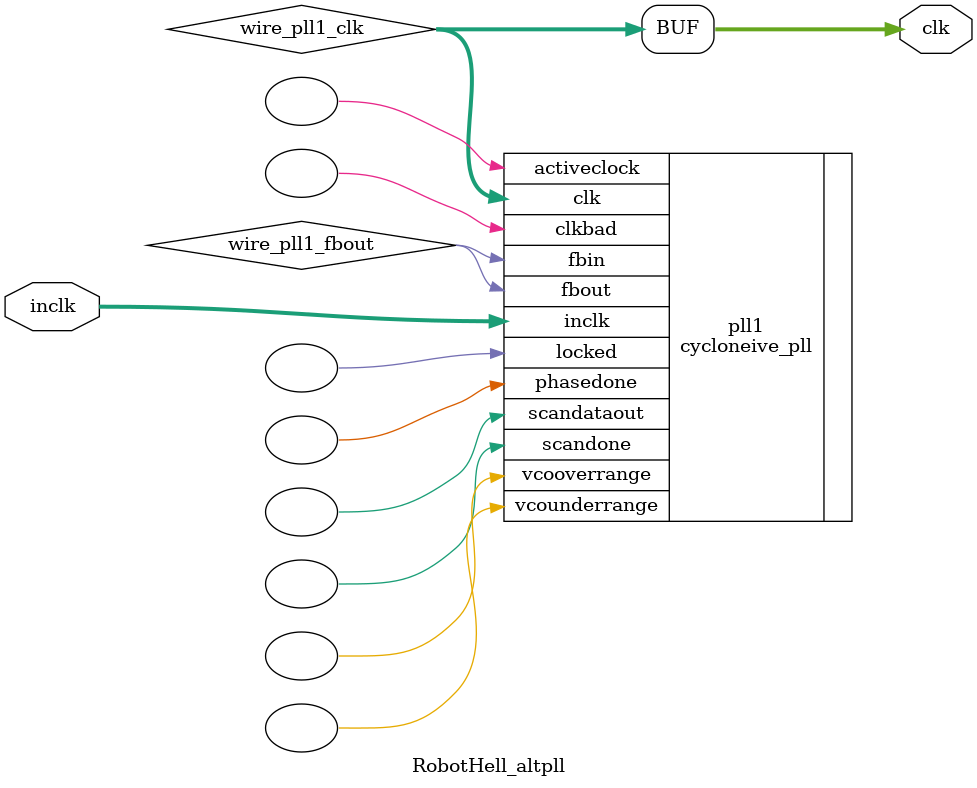
<source format=v>






//synthesis_resources = cycloneive_pll 1 
//synopsys translate_off
`timescale 1 ps / 1 ps
//synopsys translate_on
module  RobotHell_altpll
	( 
	clk,
	inclk) /* synthesis synthesis_clearbox=1 */;
	output   [4:0]  clk;
	input   [1:0]  inclk;
`ifndef ALTERA_RESERVED_QIS
// synopsys translate_off
`endif
	tri0   [1:0]  inclk;
`ifndef ALTERA_RESERVED_QIS
// synopsys translate_on
`endif

	wire  [4:0]   wire_pll1_clk;
	wire  wire_pll1_fbout;

	cycloneive_pll   pll1
	( 
	.activeclock(),
	.clk(wire_pll1_clk),
	.clkbad(),
	.fbin(wire_pll1_fbout),
	.fbout(wire_pll1_fbout),
	.inclk(inclk),
	.locked(),
	.phasedone(),
	.scandataout(),
	.scandone(),
	.vcooverrange(),
	.vcounderrange()
	`ifndef FORMAL_VERIFICATION
	// synopsys translate_off
	`endif
	,
	.areset(1'b0),
	.clkswitch(1'b0),
	.configupdate(1'b0),
	.pfdena(1'b1),
	.phasecounterselect({3{1'b0}}),
	.phasestep(1'b0),
	.phaseupdown(1'b0),
	.scanclk(1'b0),
	.scanclkena(1'b1),
	.scandata(1'b0)
	`ifndef FORMAL_VERIFICATION
	// synopsys translate_on
	`endif
	);
	defparam
		pll1.bandwidth_type = "auto",
		pll1.clk0_divide_by = 25,
		pll1.clk0_duty_cycle = 50,
		pll1.clk0_multiply_by = 12,
		pll1.clk0_phase_shift = "0",
		pll1.clk1_divide_by = 2,
		pll1.clk1_duty_cycle = 50,
		pll1.clk1_multiply_by = 1,
		pll1.clk1_phase_shift = "0",
		pll1.clk2_divide_by = 1,
		pll1.clk2_duty_cycle = 50,
		pll1.clk2_multiply_by = 1,
		pll1.clk2_phase_shift = "0",
		pll1.compensate_clock = "clk0",
		pll1.inclk0_input_frequency = 20000,
		pll1.operation_mode = "normal",
		pll1.pll_type = "auto",
		pll1.lpm_type = "cycloneive_pll";
	assign
		clk = {wire_pll1_clk[4:0]};
endmodule //RobotHell_altpll
//VALID FILE

</source>
